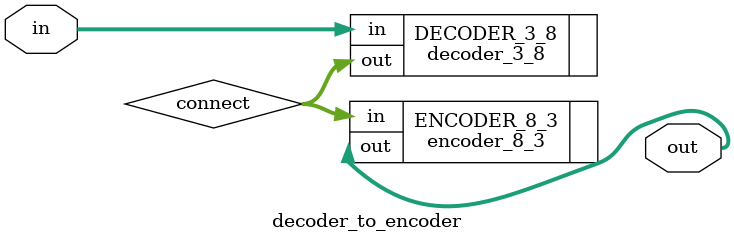
<source format=v>

module decoder_to_encoder(
    input     [2:0] in,      // 3 Inputs
    output    [2:0] out      // 3 Outputs
);

    wire [7:0] connect;

    // DECODER
    decoder_3_8 DECODER_3_8 (
        .in(in),
        .out(connect)
    );

    // ENCODER
    encoder_8_3 ENCODER_8_3 (
        .in(connect),
        .out(out)
    );

endmodule

</source>
